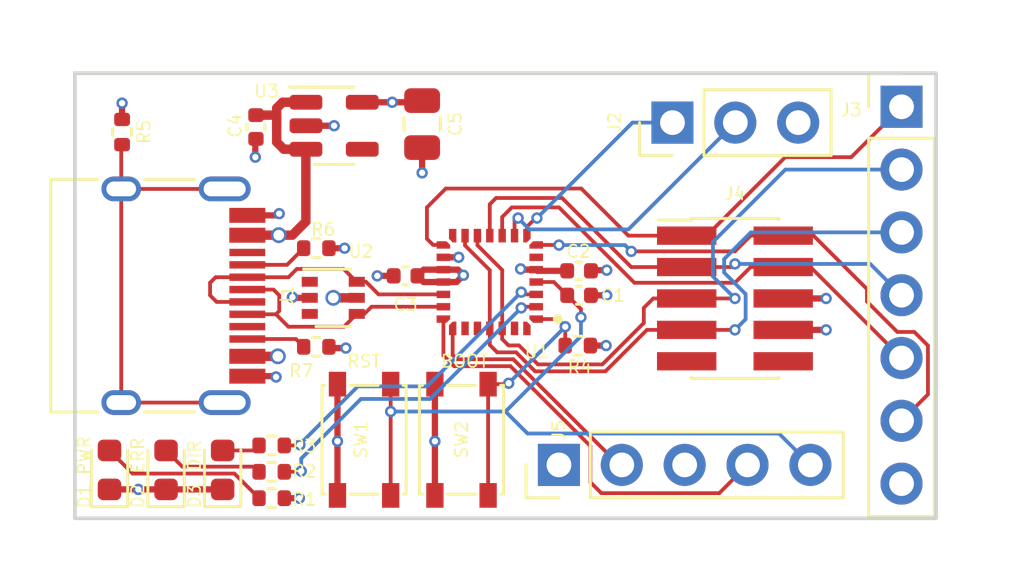
<source format=kicad_pcb>
(kicad_pcb (version 20211014) (generator pcbnew)
  (layers (0 "F.Cu" signal) (1 "In1.Cu" signal) (2 "In2.Cu" signal) (31 "B.Cu" signal) (34 "B.Paste" user) (35 "F.Paste" user) (36 "B.SilkS" user "B.Silkscreen") (37 "F.SilkS" user "F.Silkscreen") (38 "B.Mask" user) (39 "F.Mask" user) (44 "Edge.Cuts" user))
  (net 0 "")
  (net 1 "/NRST")
  (net 2 "GND")
  (net 3 "/VUSB")
  (net 4 "+3.3V")
  (net 5 "Net-(D1-Pad2)")
  (net 6 "Net-(D2-Pad2)")
  (net 7 "Net-(D3-Pad2)")
  (net 8 "Net-(J1-PadA5)")
  (net 9 "/USB_DP")
  (net 10 "/USB_DM")
  (net 12 "Net-(J1-PadB5)")
  (net 14 "Net-(J1-PadS1)")
  (net 15 "/TX")
  (net 16 "/RX")
  (net 17 "/SPI_CS")
  (net 18 "/SO")
  (net 19 "/SI")
  (net 20 "/SPI_SCLK")
  (net 21 "/CRESET")
  (net 22 "/CDONE")
  (net 23 "/SPARE9")
  (net 24 "/SPARE10")
  (net 25 "/SWCLK")
  (net 26 "/SWDIO")
  (net 27 "/LED0")
  (net 28 "/LED1")
  (net 29 "/BOOT0")
  (footprint "Resistor_SMD:R_0402_1005Metric" (layer "F.Cu") (at 128.905 111.379 -90)
    (fp_text reference "R5" (at 0 -0.889 90) (layer "F.SilkS") (effects (font (size 0.5 0.5) (thickness 0.07))))
    (fp_text value "1M")
    (pad "1" smd roundrect (at -0.51 0 270) (size 0.54 0.64) (layers "F.Cu" "F.Paste" "F.Mask") (net 2 "GND"))
    (pad "2" smd roundrect (at 0.51 0 270) (size 0.54 0.64) (layers "F.Cu" "F.Paste" "F.Mask") (net 14 "Net-(J1-PadS1)"))
  )
  (footprint "Capacitor_SMD:C_0402_1005Metric" (layer "F.Cu") (at 147.3708 117.983)
    (fp_text reference "C1" (at 1.3716 0) (layer "F.SilkS") (effects (font (size 0.5 0.5) (thickness 0.07))))
    (fp_text value "0.1uF")
    (pad "1" smd roundrect (at -0.48 0) (size 0.56 0.62) (layers "F.Cu" "F.Paste" "F.Mask") (net 1 "/NRST"))
    (pad "2" smd roundrect (at 0.48 0) (size 0.56 0.62) (layers "F.Cu" "F.Paste" "F.Mask") (net 2 "GND"))
  )
  (footprint "Resistor_SMD:R_0402_1005Metric" (layer "F.Cu") (at 136.7536 120.0658 180)
    (fp_text reference "R7" (at 0.6096 -0.9652) (layer "F.SilkS") (effects (font (size 0.5 0.5) (thickness 0.07))))
    (fp_text value "5k1")
    (pad "1" smd roundrect (at -0.51 0 180) (size 0.54 0.64) (layers "F.Cu" "F.Paste" "F.Mask") (net 2 "GND"))
    (pad "2" smd roundrect (at 0.51 0 180) (size 0.54 0.64) (layers "F.Cu" "F.Paste" "F.Mask") (net 12 "Net-(J1-PadB5)"))
  )
  (footprint "Capacitor_SMD:C_0402_1005Metric" (layer "F.Cu") (at 140.3604 117.1956 180)
    (fp_text reference "C3" (at 0 -1.16) (layer "F.SilkS") (effects (font (size 0.5 0.5) (thickness 0.07))))
    (fp_text value "0.1uF")
    (pad "1" smd roundrect (at -0.48 0 180) (size 0.56 0.62) (layers "F.Cu" "F.Paste" "F.Mask") (net 4 "+3.3V"))
    (pad "2" smd roundrect (at 0.48 0 180) (size 0.56 0.62) (layers "F.Cu" "F.Paste" "F.Mask") (net 2 "GND"))
  )
  (footprint "Package_TO_SOT_SMD:SOT-23-5" (layer "F.Cu") (at 137.4732 111.125)
    (fp_text reference "U3" (at -2.7262 -1.397) (layer "F.SilkS") (effects (font (size 0.5 0.5) (thickness 0.07))))
    (fp_text value "XC6222B331MR-G")
    (pad "1" smd roundrect (at -1.1375 -0.95) (size 1.325 0.6) (layers "F.Cu" "F.Paste" "F.Mask") (net 3 "/VUSB"))
    (pad "2" smd roundrect (at -1.1375 0) (size 1.325 0.6) (layers "F.Cu" "F.Paste" "F.Mask") (net 2 "GND"))
    (pad "3" smd roundrect (at -1.1375 0.95) (size 1.325 0.6) (layers "F.Cu" "F.Paste" "F.Mask") (net 3 "/VUSB"))
    (pad "4" smd roundrect (at 1.1375 0.95) (size 1.325 0.6) (layers "F.Cu" "F.Paste" "F.Mask"))
    (pad "5" smd roundrect (at 1.1375 -0.95) (size 1.325 0.6) (layers "F.Cu" "F.Paste" "F.Mask") (net 4 "+3.3V"))
  )
  (footprint "Resistor_SMD:R_0402_1005Metric" (layer "F.Cu") (at 134.9502 124.0536 180)
    (fp_text reference "R3" (at -1.3208 -0.0254) (layer "F.SilkS") (effects (font (size 0.5 0.5) (thickness 0.07))))
    (fp_text value "1k")
    (pad "1" smd roundrect (at -0.51 0 180) (size 0.54 0.64) (layers "F.Cu" "F.Paste" "F.Mask") (net 28 "/LED1"))
    (pad "2" smd roundrect (at 0.51 0 180) (size 0.54 0.64) (layers "F.Cu" "F.Paste" "F.Mask") (net 7 "Net-(D3-Pad2)"))
  )
  (footprint "Resistor_SMD:R_0402_1005Metric" (layer "F.Cu") (at 147.32 120.015)
    (fp_text reference "R4" (at 0.0762 0.8636) (layer "F.SilkS") (effects (font (size 0.5 0.5) (thickness 0.07))))
    (fp_text value "10k")
    (pad "1" smd roundrect (at -0.51 0) (size 0.54 0.64) (layers "F.Cu" "F.Paste" "F.Mask") (net 29 "/BOOT0"))
    (pad "2" smd roundrect (at 0.51 0) (size 0.54 0.64) (layers "F.Cu" "F.Paste" "F.Mask") (net 2 "GND"))
  )
  (footprint "Connector_PinHeader_2.54mm:PinHeader_1x07_P2.54mm_Vertical" (layer "F.Cu") (at 160.401 110.358)
    (fp_text reference "J3" (at -2.032 0.132) (layer "F.SilkS") (effects (font (size 0.5 0.5) (thickness 0.07))))
    (fp_text value "CONN_01X07")
    (pad "1" thru_hole rect (at 0 0) (size 1.7 1.7) (drill 1) (layers *.Cu *.Mask) (net 17 "/SPI_CS"))
    (pad "2" thru_hole oval (at 0 2.54) (size 1.7 1.7) (drill 1) (layers *.Cu *.Mask) (net 18 "/SO"))
    (pad "3" thru_hole oval (at 0 5.08) (size 1.7 1.7) (drill 1) (layers *.Cu *.Mask) (net 19 "/SI"))
    (pad "4" thru_hole oval (at 0 7.62) (size 1.7 1.7) (drill 1) (layers *.Cu *.Mask) (net 20 "/SPI_SCLK"))
    (pad "5" thru_hole oval (at 0 10.16) (size 1.7 1.7) (drill 1) (layers *.Cu *.Mask) (net 21 "/CRESET"))
    (pad "6" thru_hole oval (at 0 12.7) (size 1.7 1.7) (drill 1) (layers *.Cu *.Mask) (net 22 "/CDONE"))
    (pad "7" thru_hole oval (at 0 15.24) (size 1.7 1.7) (drill 1) (layers *.Cu *.Mask) (net 2 "GND"))
  )
  (footprint "Resistor_SMD:R_0402_1005Metric" (layer "F.Cu") (at 134.9502 125.1204 180)
    (fp_text reference "R2" (at -1.3208 0.0254) (layer "F.SilkS") (effects (font (size 0.5 0.5) (thickness 0.07))))
    (fp_text value "1k")
    (pad "1" smd roundrect (at -0.51 0 180) (size 0.54 0.64) (layers "F.Cu" "F.Paste" "F.Mask") (net 27 "/LED0"))
    (pad "2" smd roundrect (at 0.51 0 180) (size 0.54 0.64) (layers "F.Cu" "F.Paste" "F.Mask") (net 6 "Net-(D2-Pad2)"))
  )
  (footprint "Connector_PinHeader_1.27mm:PinHeader_2x05_P1.27mm_Vertical_SMD" (layer "F.Cu") (at 153.67 118.11)
    (fp_text reference "J4" (at 0 -4.235) (layer "F.SilkS") (effects (font (size 0.5 0.5) (thickness 0.07))))
    (fp_text value "PROG HEADER")
    (pad "1" smd rect (at -1.95 -2.54) (size 2.4 0.74) (layers "F.Cu" "F.Paste" "F.Mask") (net 17 "/SPI_CS"))
    (pad "2" smd rect (at 1.95 -2.54) (size 2.4 0.74) (layers "F.Cu" "F.Paste" "F.Mask") (net 22 "/CDONE"))
    (pad "3" smd rect (at -1.95 -1.27) (size 2.4 0.74) (layers "F.Cu" "F.Paste" "F.Mask") (net 20 "/SPI_SCLK"))
    (pad "4" smd rect (at 1.95 -1.27) (size 2.4 0.74) (layers "F.Cu" "F.Paste" "F.Mask") (net 21 "/CRESET"))
    (pad "5" smd rect (at -1.95 0) (size 2.4 0.74) (layers "F.Cu" "F.Paste" "F.Mask") (net 18 "/SO"))
    (pad "6" smd rect (at 1.95 0) (size 2.4 0.74) (layers "F.Cu" "F.Paste" "F.Mask") (net 2 "GND"))
    (pad "7" smd rect (at -1.95 1.27) (size 2.4 0.74) (layers "F.Cu" "F.Paste" "F.Mask") (net 19 "/SI"))
    (pad "8" smd rect (at 1.95 1.27) (size 2.4 0.74) (layers "F.Cu" "F.Paste" "F.Mask") (net 4 "+3.3V"))
    (pad "9" smd rect (at -1.95 2.54) (size 2.4 0.74) (layers "F.Cu" "F.Paste" "F.Mask") (net 23 "/SPARE9"))
    (pad "10" smd rect (at 1.95 2.54) (size 2.4 0.74) (layers "F.Cu" "F.Paste" "F.Mask") (net 24 "/SPARE10"))
  )
  (footprint "Connector_PinHeader_2.54mm:PinHeader_1x03_P2.54mm_Vertical" (layer "F.Cu") (at 151.145 110.998 90)
    (fp_text reference "J2" (at 0 -2.33 90) (layer "F.SilkS") (effects (font (size 0.5 0.5) (thickness 0.07))))
    (fp_text value "CONN_01X04")
    (pad "1" thru_hole rect (at 0 0 90) (size 1.7 1.7) (drill 1) (layers *.Cu *.Mask) (net 15 "/TX"))
    (pad "2" thru_hole oval (at 0 2.54 90) (size 1.7 1.7) (drill 1) (layers *.Cu *.Mask) (net 16 "/RX"))
    (pad "3" thru_hole oval (at 0 5.08 90) (size 1.7 1.7) (drill 1) (layers *.Cu *.Mask) (net 2 "GND"))
  )
  (footprint "Connector_USB:USB_C_Receptacle_HRO_TYPE-C-31-M-12" (layer "F.Cu") (at 129.921 118.000018 -90)
    (fp_text reference "J1" (at 0 -5.645 90) (layer "F.SilkS") (effects (font (size 0.5 0.5) (thickness 0.07))))
    (fp_text value "USB_C_Receptacle_USB2.0")
    (pad "" np_thru_hole circle (at 2.89 -2.6 270) (size 0.65 0.65) (drill 0.65) (layers *.Cu *.Mask))
    (pad "" np_thru_hole circle (at -2.89 -2.6 270) (size 0.65 0.65) (drill 0.65) (layers *.Cu *.Mask))
    (pad "A1" smd rect (at -3.25 -4.045 270) (size 0.6 1.45) (layers "F.Cu" "F.Paste" "F.Mask") (net 2 "GND"))
    (pad "A4" smd rect (at -2.45 -4.045 270) (size 0.6 1.45) (layers "F.Cu" "F.Paste" "F.Mask") (net 3 "/VUSB"))
    (pad "A5" smd rect (at -1.25 -4.045 270) (size 0.3 1.45) (layers "F.Cu" "F.Paste" "F.Mask") (net 8 "Net-(J1-PadA5)"))
    (pad "A6" smd rect (at -0.25 -4.045 270) (size 0.3 1.45) (layers "F.Cu" "F.Paste" "F.Mask") (net 9 "/USB_DP"))
    (pad "A7" smd rect (at 0.25 -4.045 270) (size 0.3 1.45) (layers "F.Cu" "F.Paste" "F.Mask") (net 10 "/USB_DM"))
    (pad "A8" smd rect (at 1.25 -4.045 270) (size 0.3 1.45) (layers "F.Cu" "F.Paste" "F.Mask"))
    (pad "A9" smd rect (at 2.45 -4.045 270) (size 0.6 1.45) (layers "F.Cu" "F.Paste" "F.Mask") (net 3 "/VUSB"))
    (pad "A12" smd rect (at 3.25 -4.045 270) (size 0.6 1.45) (layers "F.Cu" "F.Paste" "F.Mask") (net 2 "GND"))
    (pad "B1" smd rect (at 3.25 -4.045 270) (size 0.6 1.45) (layers "F.Cu" "F.Paste" "F.Mask") (net 2 "GND"))
    (pad "B4" smd rect (at 2.45 -4.045 270) (size 0.6 1.45) (layers "F.Cu" "F.Paste" "F.Mask") (net 3 "/VUSB"))
    (pad "B5" smd rect (at 1.75 -4.045 270) (size 0.3 1.45) (layers "F.Cu" "F.Paste" "F.Mask") (net 12 "Net-(J1-PadB5)"))
    (pad "B6" smd rect (at 0.75 -4.045 270) (size 0.3 1.45) (layers "F.Cu" "F.Paste" "F.Mask") (net 9 "/USB_DP"))
    (pad "B7" smd rect (at -0.75 -4.045 270) (size 0.3 1.45) (layers "F.Cu" "F.Paste" "F.Mask") (net 10 "/USB_DM"))
    (pad "B8" smd rect (at -1.75 -4.045 270) (size 0.3 1.45) (layers "F.Cu" "F.Paste" "F.Mask"))
    (pad "B9" smd rect (at -2.45 -4.045 270) (size 0.6 1.45) (layers "F.Cu" "F.Paste" "F.Mask") (net 3 "/VUSB"))
    (pad "B12" smd rect (at -3.25 -4.045 270) (size 0.6 1.45) (layers "F.Cu" "F.Paste" "F.Mask") (net 2 "GND"))
    (pad "S1" thru_hole oval (at -4.32 1.05 270) (size 1 1.6) (drill oval 0.6 1.2) (layers *.Cu *.Mask) (net 14 "Net-(J1-PadS1)"))
    (pad "S1" thru_hole oval (at 4.32 -3.13 270) (size 1 2.1) (drill oval 0.6 1.7) (layers *.Cu *.Mask) (net 14 "Net-(J1-PadS1)"))
    (pad "S1" thru_hole oval (at -4.32 -3.13 270) (size 1 2.1) (drill oval 0.6 1.7) (layers *.Cu *.Mask) (net 14 "Net-(J1-PadS1)"))
    (pad "S1" thru_hole oval (at 4.32 1.05 270) (size 1 1.6) (drill oval 0.6 1.2) (layers *.Cu *.Mask) (net 14 "Net-(J1-PadS1)"))
  )
  (footprint "LED_SMD:LED_0603_1608Metric" (layer "F.Cu") (at 130.683 125.0442 90)
    (fp_text reference "D2" (at -1.0668 -1.143 90) (layer "F.SilkS") (effects (font (size 0.5 0.5) (thickness 0.07))))
    (fp_text value "LED_ALT")
    (pad "1" smd roundrect (at -0.7875 0 90) (size 0.875 0.95) (layers "F.Cu" "F.Paste" "F.Mask") (net 2 "GND"))
    (pad "2" smd roundrect (at 0.7875 0 90) (size 0.875 0.95) (layers "F.Cu" "F.Paste" "F.Mask") (net 6 "Net-(D2-Pad2)"))
  )
  (footprint "LED_SMD:LED_0603_1608Metric" (layer "F.Cu") (at 128.397 125.0442 90)
    (fp_text reference "D1" (at -1.0668 -1.016 90) (layer "F.SilkS") (effects (font (size 0.5 0.5) (thickness 0.07))))
    (fp_text value "LED_ALT")
    (pad "1" smd roundrect (at -0.7875 0 90) (size 0.875 0.95) (layers "F.Cu" "F.Paste" "F.Mask") (net 2 "GND"))
    (pad "2" smd roundrect (at 0.7875 0 90) (size 0.875 0.95) (layers "F.Cu" "F.Paste" "F.Mask") (net 5 "Net-(D1-Pad2)"))
  )
  (footprint "Resistor_SMD:R_0402_1005Metric" (layer "F.Cu") (at 134.9502 126.1872 180)
    (fp_text reference "R1" (at -1.3208 -0.0508) (layer "F.SilkS") (effects (font (size 0.5 0.5) (thickness 0.07))))
    (fp_text value "1k")
    (pad "1" smd roundrect (at -0.51 0 180) (size 0.54 0.64) (layers "F.Cu" "F.Paste" "F.Mask") (net 4 "+3.3V"))
    (pad "2" smd roundrect (at 0.51 0 180) (size 0.54 0.64) (layers "F.Cu" "F.Paste" "F.Mask") (net 5 "Net-(D1-Pad2)"))
  )
  (footprint "Capacitor_SMD:C_0402_1005Metric" (layer "F.Cu") (at 134.3152 111.1758 -90)
    (fp_text reference "C4" (at -0.0508 0.8382 -270) (layer "F.SilkS") (effects (font (size 0.5 0.5) (thickness 0.07))))
    (fp_text value "1uf")
    (pad "1" smd roundrect (at -0.48 0 270) (size 0.56 0.62) (layers "F.Cu" "F.Paste" "F.Mask") (net 3 "/VUSB"))
    (pad "2" smd roundrect (at 0.48 0 270) (size 0.56 0.62) (layers "F.Cu" "F.Paste" "F.Mask") (net 2 "GND"))
  )
  (footprint "Connector_PinHeader_2.54mm:PinHeader_1x05_P2.54mm_Vertical" (layer "F.Cu") (at 146.558 124.841 90)
    (fp_text reference "J5" (at 1.397 0 90) (layer "F.SilkS") (effects (font (size 0.5 0.5) (thickness 0.07))))
    (fp_text value "CONN_01X05")
    (pad "1" thru_hole rect (at 0 0 90) (size 1.7 1.7) (drill 1) (layers *.Cu *.Mask) (net 4 "+3.3V"))
    (pad "2" thru_hole oval (at 0 2.54 90) (size 1.7 1.7) (drill 1) (layers *.Cu *.Mask) (net 25 "/SWCLK"))
    (pad "3" thru_hole oval (at 0 5.08 90) (size 1.7 1.7) (drill 1) (layers *.Cu *.Mask) (net 2 "GND"))
    (pad "4" thru_hole oval (at 0 7.62 90) (size 1.7 1.7) (drill 1) (layers *.Cu *.Mask) (net 26 "/SWDIO"))
    (pad "5" thru_hole oval (at 0 10.16 90) (size 1.7 1.7) (drill 1) (layers *.Cu *.Mask) (net 1 "/NRST"))
  )
  (footprint "Capacitor_SMD:C_0805_2012Metric" (layer "F.Cu") (at 141.0292 111.059 -90)
    (fp_text reference "C5" (at 0 -1.3378 90) (layer "F.SilkS") (effects (font (size 0.5 0.5) (thickness 0.07))))
    (fp_text value "10uf")
    (pad "1" smd roundrect (at -0.95 0 270) (size 1 1.45) (layers "F.Cu" "F.Paste" "F.Mask") (net 4 "+3.3V"))
    (pad "2" smd roundrect (at 0.95 0 270) (size 1 1.45) (layers "F.Cu" "F.Paste" "F.Mask") (net 2 "GND"))
  )
  (footprint "Package_TO_SOT_SMD:SOT-363_SC-70-6" (layer "F.Cu") (at 137.4394 118.0846)
    (fp_text reference "U2" (at 1.1176 -1.8796) (layer "F.SilkS") (effects (font (size 0.5 0.5) (thickness 0.07))))
    (fp_text value "DRTR5V0U4S")
    (pad "1" smd rect (at -0.95 -0.65) (size 0.65 0.4) (layers "F.Cu" "F.Paste" "F.Mask"))
    (pad "2" smd rect (at -0.95 0) (size 0.65 0.4) (layers "F.Cu" "F.Paste" "F.Mask") (net 2 "GND"))
    (pad "3" smd rect (at -0.95 0.65) (size 0.65 0.4) (layers "F.Cu" "F.Paste" "F.Mask"))
    (pad "4" smd rect (at 0.95 0.65) (size 0.65 0.4) (layers "F.Cu" "F.Paste" "F.Mask") (net 9 "/USB_DP"))
    (pad "5" smd rect (at 0.95 0) (size 0.65 0.4) (layers "F.Cu" "F.Paste" "F.Mask") (net 3 "/VUSB"))
    (pad "6" smd rect (at 0.95 -0.65) (size 0.65 0.4) (layers "F.Cu" "F.Paste" "F.Mask") (net 10 "/USB_DM"))
  )
  (footprint "emeb_library:SW_SPST_PTS815" (layer "F.Cu") (at 138.684 123.825 90)
    (fp_text reference "SW1" (at 0 -0.127 90) (layer "F.SilkS") (effects (font (size 0.5 0.5) (thickness 0.07))))
    (fp_text value "SW_Push")
    (pad "1" smd rect (at -2.25 -1.075 90) (size 1 0.7) (layers "F.Cu" "F.Paste" "F.Mask") (net 2 "GND"))
    (pad "1" smd rect (at 2.25 -1.075 90) (size 1 0.7) (layers "F.Cu" "F.Paste" "F.Mask") (net 2 "GND"))
    (pad "2" smd rect (at -2.25 1.075 90) (size 1 0.7) (layers "F.Cu" "F.Paste" "F.Mask") (net 1 "/NRST"))
    (pad "2" smd rect (at 2.25 1.075 90) (size 1 0.7) (layers "F.Cu" "F.Paste" "F.Mask") (net 1 "/NRST"))
  )
  (footprint "LED_SMD:LED_0603_1608Metric" (layer "F.Cu") (at 132.969 125.0442 90)
    (fp_text reference "D3" (at -1.0668 -1.143 90) (layer "F.SilkS") (effects (font (size 0.5 0.5) (thickness 0.07))))
    (fp_text value "LED_ALT")
    (pad "1" smd roundrect (at -0.7875 0 90) (size 0.875 0.95) (layers "F.Cu" "F.Paste" "F.Mask") (net 2 "GND"))
    (pad "2" smd roundrect (at 0.7875 0 90) (size 0.875 0.95) (layers "F.Cu" "F.Paste" "F.Mask") (net 7 "Net-(D3-Pad2)"))
  )
  (footprint "Resistor_SMD:R_0402_1005Metric" (layer "F.Cu") (at 136.7536 116.078 180)
    (fp_text reference "R6" (at -0.2794 0.762) (layer "F.SilkS") (effects (font (size 0.5 0.5) (thickness 0.07))))
    (fp_text value "5k1")
    (pad "1" smd roundrect (at -0.51 0 180) (size 0.54 0.64) (layers "F.Cu" "F.Paste" "F.Mask") (net 2 "GND"))
    (pad "2" smd roundrect (at 0.51 0 180) (size 0.54 0.64) (layers "F.Cu" "F.Paste" "F.Mask") (net 8 "Net-(J1-PadA5)"))
  )
  (footprint "Capacitor_SMD:C_0402_1005Metric" (layer "F.Cu") (at 147.3708 116.9924)
    (fp_text reference "C2" (at -0.0254 -0.7874) (layer "F.SilkS") (effects (font (size 0.5 0.5) (thickness 0.07))))
    (fp_text value "0.1uF")
    (pad "1" smd roundrect (at -0.48 0) (size 0.56 0.62) (layers "F.Cu" "F.Paste" "F.Mask") (net 4 "+3.3V"))
    (pad "2" smd roundrect (at 0.48 0) (size 0.56 0.62) (layers "F.Cu" "F.Paste" "F.Mask") (net 2 "GND"))
  )
  (footprint "emeb_library:IC_STM32F042G6U6" (layer "F.Cu") (at 143.764 117.445 180)
    (fp_text reference "U1" (at -1.905 -2.824) (layer "F.SilkS") (effects (font (size 0.5 0.5) (thickness 0.07))))
    (fp_text value "STM32F042G6U6")
    (pad "1" smd roundrect (at -1.875 -1.5 180) (size 0.55 0.3) (layers "F.Cu" "F.Paste" "F.Mask") (roundrect_rratio 0) (chamfer_ratio 0.5) (chamfer top_right) (net 29 "/BOOT0"))
    (pad "2" smd rect (at -1.875 -1 180) (size 0.55 0.3) (layers "F.Cu" "F.Paste" "F.Mask") (net 27 "/LED0"))
    (pad "3" smd rect (at -1.875 -0.5 180) (size 0.55 0.3) (layers "F.Cu" "F.Paste" "F.Mask") (net 28 "/LED1"))
    (pad "4" smd rect (at -1.875 0 180) (size 0.55 0.3) (layers "F.Cu" "F.Paste" "F.Mask") (net 1 "/NRST"))
    (pad "5" smd rect (at -1.875 0.5 180) (size 0.55 0.3) (layers "F.Cu" "F.Paste" "F.Mask") (net 4 "+3.3V"))
    (pad "6" smd rect (at -1.875 1 180) (size 0.55 0.3) (layers "F.Cu" "F.Paste" "F.Mask"))
    (pad "7" smd roundrect (at -1.875 1.5) (size 0.55 0.3) (layers "F.Cu" "F.Paste" "F.Mask") (roundrect_rratio 0) (chamfer_ratio 0.5) (chamfer top_left) (net 22 "/CDONE"))
    (pad "8" smd roundrect (at -1.5 1.875 270) (size 0.55 0.3) (layers "F.Cu" "F.Paste" "F.Mask") (roundrect_rratio 0) (chamfer_ratio 0.5) (chamfer top_right) (net 15 "/TX"))
    (pad "9" smd rect (at -1 1.875 270) (size 0.55 0.3) (layers "F.Cu" "F.Paste" "F.Mask") (net 16 "/RX"))
    (pad "10" smd rect (at -0.5 1.875 270) (size 0.55 0.3) (layers "F.Cu" "F.Paste" "F.Mask") (net 21 "/CRESET"))
    (pad "11" smd rect (at 0 1.875 270) (size 0.55 0.3) (layers "F.Cu" "F.Paste" "F.Mask") (net 20 "/SPI_SCLK"))
    (pad "12" smd rect (at 0.5 1.875 270) (size 0.55 0.3) (layers "F.Cu" "F.Paste" "F.Mask") (net 18 "/SO"))
    (pad "13" smd rect (at 1 1.875 270) (size 0.55 0.3) (layers "F.Cu" "F.Paste" "F.Mask") (net 19 "/SI"))
    (pad "14" smd roundrect (at 1.5 1.875 270) (size 0.55 0.3) (layers "F.Cu" "F.Paste" "F.Mask") (roundrect_rratio 0) (chamfer_ratio 0.5) (chamfer bottom_right))
    (pad "15" smd roundrect (at 1.875 1.5 180) (size 0.55 0.3) (layers "F.Cu" "F.Paste" "F.Mask") (roundrect_rratio 0) (chamfer_ratio 0.5) (chamfer bottom_left) (net 17 "/SPI_CS"))
    (pad "16" smd rect (at 1.875 1) (size 0.55 0.3) (layers "F.Cu" "F.Paste" "F.Mask") (net 2 "GND"))
    (pad "17" smd rect (at 1.875 0.5) (size 0.55 0.3) (layers "F.Cu" "F.Paste" "F.Mask") (net 4 "+3.3V"))
    (pad "18" smd rect (at 1.875 0) (size 0.55 0.3) (layers "F.Cu" "F.Paste" "F.Mask") (net 4 "+3.3V"))
    (pad "19" smd rect (at 1.875 -0.5) (size 0.55 0.3) (layers "F.Cu" "F.Paste" "F.Mask") (net 10 "/USB_DM"))
    (pad "20" smd rect (at 1.875 -1) (size 0.55 0.3) (layers "F.Cu" "F.Paste" "F.Mask") (net 9 "/USB_DP"))
    (pad "21" smd roundrect (at 1.875 -1.5 180) (size 0.55 0.3) (layers "F.Cu" "F.Paste" "F.Mask") (roundrect_rratio 0) (chamfer_ratio 0.5) (chamfer top_left) (net 26 "/SWDIO"))
    (pad "22" smd roundrect (at 1.5 -1.875 270) (size 0.55 0.3) (layers "F.Cu" "F.Paste" "F.Mask") (roundrect_rratio 0) (chamfer_ratio 0.5) (chamfer bottom_left) (net 25 "/SWCLK"))
    (pad "23" smd rect (at 1 -1.875 90) (size 0.55 0.3) (layers "F.Cu" "F.Paste" "F.Mask"))
    (pad "24" smd rect (at 0.5 -1.875 90) (size 0.55 0.3) (layers "F.Cu" "F.Paste" "F.Mask"))
    (pad "25" smd rect (at 0 -1.875 90) (size 0.55 0.3) (layers "F.Cu" "F.Paste" "F.Mask") (net 19 "/SI"))
    (pad "26" smd rect (at -0.5 -1.875 90) (size 0.55 0.3) (layers "F.Cu" "F.Paste" "F.Mask") (net 18 "/SO"))
    (pad "27" smd rect (at -1 -1.875 90) (size 0.55 0.3) (layers "F.Cu" "F.Paste" "F.Mask"))
    (pad "28" smd roundrect (at -1.5 -1.875 90) (size 0.55 0.3) (layers "F.Cu" "F.Paste" "F.Mask") (roundrect_rratio 0) (chamfer_ratio 0.5) (chamfer bottom_right))
  )
  (footprint "emeb_library:SW_SPST_PTS815" (layer "F.Cu") (at 142.621 123.825 90)
    (fp_text reference "SW2" (at 0 0 90) (layer "F.SilkS") (effects (font (size 0.5 0.5) (thickness 0.07))))
    (fp_text value "SW_Push")
    (pad "1" smd rect (at 2.25 -1.075 90) (size 1 0.7) (layers "F.Cu" "F.Paste" "F.Mask") (net 4 "+3.3V"))
    (pad "1" smd rect (at -2.25 -1.075 90) (size 1 0.7) (layers "F.Cu" "F.Paste" "F.Mask") (net 4 "+3.3V"))
    (pad "2" smd rect (at 2.25 1.075 90) (size 1 0.7) (layers "F.Cu" "F.Paste" "F.Mask") (net 29 "/BOOT0"))
    (pad "2" smd rect (at -2.25 1.075 90) (size 1 0.7) (layers "F.Cu" "F.Paste" "F.Mask") (net 29 "/BOOT0"))
  )
  (gr_rect (start 127 127) (end 161.798 109) (layer "Edge.Cuts") (width 0.15) (fill none))
  (gr_text "BOOT" (at 142.748 120.65) (layer "F.SilkS") (effects (font (size 0.5 0.5) (thickness 0.07))))
  (gr_text "DIR" (at 131.826 124.46 90) (layer "F.SilkS") (effects (font (size 0.5 0.5) (thickness 0.07))))
  (gr_text "ERR" (at 129.54 124.46 90) (layer "F.SilkS") (effects (font (size 0.5 0.5) (thickness 0.07))))
  (gr_text "PWR" (at 127.381 124.46 90) (layer "F.SilkS") (effects (font (size 0.5 0.5) (thickness 0.07))))
  (gr_text "RST" (at 138.684 120.65) (layer "F.SilkS") (effects (font (size 0.5 0.5) (thickness 0.07))))
  (segment (start 146.8908 117.983) (end 147.447 118.5392) (width 0.1524) (layer "F.Cu") (net 1))
  (segment (start 147.447 118.5392) (end 147.447 118.872) (width 0.1524) (layer "F.Cu") (net 1))
  (segment (start 139.759 122.682) (end 139.759 121.575) (width 0.1524) (layer "F.Cu") (net 1))
  (segment (start 139.759 122.682) (end 139.759 126.075) (width 0.1524) (layer "F.Cu") (net 1))
  (segment (start 145.639 117.445) (end 146.3528 117.445) (width 0.1524) (layer "F.Cu") (net 1))
  (segment (start 146.3528 117.445) (end 146.8908 117.983) (width 0.1524) (layer "F.Cu") (net 1))
  (via (at 147.447 118.872) (size 0.4572) (drill 0.254) (layers "F.Cu" "B.Cu") (net 1))
  (via (at 139.759 122.682) (size 0.4572) (drill 0.254) (layers "F.Cu" "B.Cu") (net 1))
  (segment (start 145.288 123.571) (end 144.399 122.682) (width 0.1524) (layer "B.Cu") (net 1))
  (segment (start 147.447 119.634) (end 147.447 118.872) (width 0.1524) (layer "B.Cu") (net 1))
  (segment (start 144.399 122.682) (end 147.447 119.634) (width 0.1524) (layer "B.Cu") (net 1))
  (segment (start 155.448 123.571) (end 145.288 123.571) (width 0.1524) (layer "B.Cu") (net 1))
  (segment (start 156.718 124.841) (end 155.448 123.571) (width 0.1524) (layer "B.Cu") (net 1))
  (segment (start 139.759 122.682) (end 144.399 122.682) (width 0.1524) (layer "B.Cu") (net 1))
  (segment (start 134.2898 112.395) (end 134.2898 111.6812) (width 0.254) (layer "F.Cu") (net 2))
  (segment (start 130.683 125.8317) (end 128.397 125.8317) (width 0.254) (layer "F.Cu") (net 2))
  (segment (start 141.0292 112.009) (end 141.0292 113.03) (width 0.254) (layer "F.Cu") (net 2))
  (segment (start 132.969 125.8317) (end 130.683 125.8317) (width 0.254) (layer "F.Cu") (net 2))
  (segment (start 133.966 121.250018) (end 135.093018 121.250018) (width 0.254) (layer "F.Cu") (net 2))
  (segment (start 137.9474 120.1166) (end 137.3144 120.1166) (width 0.254) (layer "F.Cu") (net 2))
  (segment (start 135.185982 114.750018) (end 135.255 114.681) (width 0.254) (layer "F.Cu") (net 2))
  (segment (start 142.5054 116.445) (end 141.889 116.445) (width 0.254) (layer "F.Cu") (net 2))
  (segment (start 134.2898 111.6812) (end 134.3152 111.6558) (width 0.254) (layer "F.Cu") (net 2))
  (segment (start 128.905 110.869) (end 128.905 110.2106) (width 0.254) (layer "F.Cu") (net 2))
  (segment (start 137.609 126.075) (end 137.609 123.884) (width 0.254) (layer "F.Cu") (net 2))
  (segment (start 136.3357 111.125) (end 137.4732 111.125) (width 0.254) (layer "F.Cu") (net 2))
  (segment (start 135.8138 118.0846) (end 135.7884 118.0592) (width 0.254) (layer "F.Cu") (net 2))
  (segment (start 139.2174 117.1956) (end 139.8804 117.1956) (width 0.254) (layer "F.Cu") (net 2))
  (segment (start 137.2636 116.078) (end 137.8966 116.078) (width 0.254) (layer "F.Cu") (net 2))
  (segment (start 137.3144 120.1166) (end 137.2636 120.0658) (width 0.254) (layer "F.Cu") (net 2))
  (segment (start 155.62 118.11) (end 157.353 118.11) (width 0.254) (layer "F.Cu") (net 2))
  (segment (start 148.4884 117.983) (end 147.8508 117.983) (width 0.254) (layer "F.Cu") (net 2))
  (segment (start 148.4884 116.967) (end 147.8762 116.967) (width 0.254) (layer "F.Cu") (net 2))
  (segment (start 148.463 120.015) (end 147.83 120.015) (width 0.254) (layer "F.Cu") (net 2))
  (segment (start 137.609 123.884) (end 137.609 121.575) (width 0.254) (layer "F.Cu") (net 2))
  (segment (start 135.093018 121.250018) (end 135.128 121.285) (width 0.254) (layer "F.Cu") (net 2))
  (segment (start 136.4894 118.0846) (end 135.8138 118.0846) (width 0.254) (layer "F.Cu") (net 2))
  (segment (start 133.966 114.750018) (end 135.185982 114.750018) (width 0.254) (layer "F.Cu") (net 2))
  (segment (start 147.8762 116.967) (end 147.8508 116.9924) (width 0.254) (layer "F.Cu") (net 2))
  (via (at 148.463 120.015) (size 0.4572) (drill 0.254) (layers "F.Cu" "B.Cu") (net 2))
  (via (at 129.5653 125.8317) (size 0.4572) (drill 0.254) (layers "F.Cu" "B.Cu") (net 2))
  (via (at 137.9474 120.1166) (size 0.4572) (drill 0.254) (layers "F.Cu" "B.Cu") (net 2))
  (via (at 135.255 114.681) (size 0.4572) (drill 0.254) (layers "F.Cu" "B.Cu") (net 2))
  (via (at 141.0292 113.03) (size 0.4572) (drill 0.254) (layers "F.Cu" "B.Cu") (net 2))
  (via (at 139.2174 117.1956) (size 0.4572) (drill 0.254) (layers "F.Cu" "B.Cu") (net 2))
  (via (at 137.4732 111.125) (size 0.4572) (drill 0.254) (layers "F.Cu" "B.Cu") (net 2))
  (via (at 137.609 123.884) (size 0.4572) (drill 0.254) (layers "F.Cu" "B.Cu") (net 2))
  (via (at 148.4884 117.983) (size 0.4572) (drill 0.254) (layers "F.Cu" "B.Cu") (net 2))
  (via (at 157.353 118.11) (size 0.4572) (drill 0.254) (layers "F.Cu" "B.Cu") (net 2))
  (via (at 134.2898 112.395) (size 0.4572) (drill 0.254) (layers "F.Cu" "B.Cu") (net 2))
  (via (at 137.8966 116.078) (size 0.4572) (drill 0.254) (layers "F.Cu" "B.Cu") (net 2))
  (via (at 135.128 121.285) (size 0.4572) (drill 0.254) (layers "F.Cu" "B.Cu") (net 2))
  (via (at 148.4884 116.967) (size 0.4572) (drill 0.254) (layers "F.Cu" "B.Cu") (net 2))
  (via (at 142.5054 116.445) (size 0.4572) (drill 0.254) (layers "F.Cu" "B.Cu") (net 2))
  (via (at 128.905 110.2106) (size 0.4572) (drill 0.254) (layers "F.Cu" "B.Cu") (net 2))
  (via (at 135.7884 118.0592) (size 0.4572) (drill 0.254) (layers "F.Cu" "B.Cu") (net 2))
  (segment (start 135.1534 110.4138) (end 135.1534 110.8202) (width 0.381) (layer "F.Cu") (net 3))
  (segment (start 135.3922 110.175) (end 135.1534 110.4138) (width 0.381) (layer "F.Cu") (net 3))
  (segment (start 135.029 110.6958) (end 135.1534 110.8202) (width 0.381) (layer "F.Cu") (net 3))
  (segment (start 135.443 112.075) (end 136.3357 112.075) (width 0.381) (layer "F.Cu") (net 3))
  (segment (start 133.966 120.450018) (end 135.200982 120.450018) (width 0.381) (layer "F.Cu") (net 3))
  (segment (start 133.966 115.550018) (end 135.235018 115.550018) (width 0.381) (layer "F.Cu") (net 3))
  (segment (start 136.332 115.001) (end 136.332 112.0787) (width 0.381) (layer "F.Cu") (net 3))
  (segment (start 136.332 112.0787) (end 136.3357 112.075) (width 0.381) (layer "F.Cu") (net 3))
  (segment (start 135.782982 115.550018) (end 136.332 115.001) (width 0.381) (layer "F.Cu") (net 3))
  (segment (start 135.1534 111.7854) (end 135.443 112.075) (width 0.381) (layer "F.Cu") (net 3))
  (segment (start 136.3357 110.175) (end 135.3922 110.175) (width 0.381) (layer "F.Cu") (net 3))
  (segment (start 135.235018 115.550018) (end 135.782982 115.550018) (width 0.381) (layer "F.Cu") (net 3))
  (segment (start 135.1534 110.8202) (end 135.1534 111.7854) (width 0.381) (layer "F.Cu") (net 3))
  (segment (start 138.3894 118.0846) (end 137.4394 118.0846) (width 0.381) (layer "F.Cu") (net 3))
  (segment (start 134.3152 110.6958) (end 135.029 110.6958) (width 0.381) (layer "F.Cu") (net 3))
  (via (at 135.235018 115.550018) (size 0.635) (drill 0.4318) (layers "F.Cu" "B.Cu") (net 3))
  (via (at 137.4394 118.0846) (size 0.635) (drill 0.4318) (layers "F.Cu" "B.Cu") (net 3))
  (via (at 135.200982 120.450018) (size 0.635) (drill 0.4318) (layers "F.Cu" "B.Cu") (net 3))
  (segment (start 142.4224 117.445) (end 141.889 117.445) (width 0.254) (layer "F.Cu") (net 4))
  (segment (start 141.889 116.945) (end 141.091 116.945) (width 0.254) (layer "F.Cu") (net 4))
  (segment (start 140.9632 110.175) (end 141.0292 110.109) (width 0.254) (layer "F.Cu") (net 4))
  (segment (start 142.6972 117.1702) (end 142.472 116.945) (width 0.254) (layer "F.Cu") (net 4))
  (segment (start 139.8202 110.175) (end 140.9632 110.175) (width 0.254) (layer "F.Cu") (net 4))
  (segment (start 141.0898 117.445) (end 140.8404 117.1956) (width 0.254) (layer "F.Cu") (net 4))
  (segment (start 146.8908 116.9924) (end 145.6864 116.9924) (width 0.254) (layer "F.Cu") (net 4))
  (segment (start 155.62 119.38) (end 157.353 119.38) (width 0.254) (layer "F.Cu") (net 4))
  (segment (start 145.0374 116.945) (end 145.639 116.945) (width 0.254) (layer "F.Cu") (net 4))
  (segment (start 142.472 116.945) (end 141.889 116.945) (width 0.254) (layer "F.Cu") (net 4))
  (segment (start 145.0086 116.9162) (end 145.0374 116.945) (width 0.254) (layer "F.Cu") (net 4))
  (segment (start 135.4602 126.1872) (end 136.0678 126.1872) (width 0.254) (layer "F.Cu") (net 4))
  (segment (start 138.6107 110.175) (end 139.8202 110.175) (width 0.254) (layer "F.Cu") (net 4))
  (segment (start 145.6864 116.9924) (end 145.639 116.945) (width 0.254) (layer "F.Cu") (net 4))
  (segment (start 141.091 116.945) (end 140.8404 117.1956) (width 0.254) (layer "F.Cu") (net 4))
  (segment (start 141.546 126.075) (end 141.546 123.884) (width 0.254) (layer "F.Cu") (net 4))
  (segment (start 141.546 123.884) (end 141.546 121.575) (width 0.254) (layer "F.Cu") (net 4))
  (segment (start 142.6972 117.1702) (end 142.4224 117.445) (width 0.254) (layer "F.Cu") (net 4))
  (segment (start 141.889 117.445) (end 141.0898 117.445) (width 0.254) (layer "F.Cu") (net 4))
  (via (at 157.353 119.38) (size 0.4572) (drill 0.254) (layers "F.Cu" "B.Cu") (net 4))
  (via (at 136.0678 126.1872) (size 0.4572) (drill 0.254) (layers "F.Cu" "B.Cu") (net 4))
  (via (at 145.0086 116.9162) (size 0.4572) (drill 0.254) (layers "F.Cu" "B.Cu") (net 4))
  (via (at 142.6972 117.1702) (size 0.4572) (drill 0.254) (layers "F.Cu" "B.Cu") (net 4))
  (via (at 141.546 123.884) (size 0.4572) (drill 0.254) (layers "F.Cu" "B.Cu") (net 4))
  (via (at 139.8202 110.175) (size 0.4572) (drill 0.254) (layers "F.Cu" "B.Cu") (net 4))
  (segment (start 133.444 125.191) (end 134.4402 126.1872) (width 0.1524) (layer "F.Cu") (net 5))
  (segment (start 129.3313 125.191) (end 133.444 125.191) (width 0.1524) (layer "F.Cu") (net 5))
  (segment (start 128.397 124.2567) (end 129.3313 125.191) (width 0.1524) (layer "F.Cu") (net 5))
  (segment (start 131.3379 124.9116) (end 134.2314 124.9116) (width 0.1524) (layer "F.Cu") (net 6))
  (segment (start 134.2314 124.9116) (end 134.4402 125.1204) (width 0.1524) (layer "F.Cu") (net 6))
  (segment (start 130.683 124.2567) (end 131.3379 124.9116) (width 0.1524) (layer "F.Cu") (net 6))
  (segment (start 132.969 124.2567) (end 134.2371 124.2567) (width 0.1524) (layer "F.Cu") (net 7))
  (segment (start 134.2371 124.2567) (end 134.4402 124.0536) (width 0.1524) (layer "F.Cu") (net 7))
  (segment (start 135.571582 116.750018) (end 136.2436 116.078) (width 0.1524) (layer "F.Cu") (net 8))
  (segment (start 133.966 116.750018) (end 135.571582 116.750018) (width 0.1524) (layer "F.Cu") (net 8))
  (segment (start 135.122982 118.750018) (end 133.966 118.750018) (width 0.1524) (layer "F.Cu") (net 9))
  (segment (start 135.022018 117.750018) (end 135.255 117.983) (width 0.1524) (layer "F.Cu") (net 9))
  (segment (start 138.3894 118.7346) (end 138.6944 118.7346) (width 0.1524) (layer "F.Cu") (net 9))
  (segment (start 135.625964 119.253) (end 135.122982 118.750018) (width 0.1524) (layer "F.Cu") (net 9))
  (segment (start 135.255 117.983) (end 135.255 118.618) (width 0.1524) (layer "F.Cu") (net 9))
  (segment (start 138.6944 118.7346) (end 138.984 118.445) (width 0.1524) (layer "F.Cu") (net 9))
  (segment (start 138.3894 118.7346) (end 137.871 119.253) (width 0.1524) (layer "F.Cu") (net 9))
  (segment (start 135.255 118.618) (end 135.122982 118.750018) (width 0.1524) (layer "F.Cu") (net 9))
  (segment (start 139.192 118.445) (end 141.889 118.445) (width 0.1524) (layer "F.Cu") (net 9))
  (segment (start 137.871 119.253) (end 135.625964 119.253) (width 0.1524) (layer "F.Cu") (net 9))
  (segment (start 133.966 117.750018) (end 135.022018 117.750018) (width 0.1524) (layer "F.Cu") (net 9))
  (segment (start 138.984 118.445) (end 139.1872 118.445) (width 0.1524) (layer "F.Cu") (net 9))
  (segment (start 138.7579 117.4346) (end 138.3894 117.4346) (width 0.1524) (layer "F.Cu") (net 10))
  (segment (start 135.9662 116.9162) (end 137.8585 116.9162) (width 0.1524) (layer "F.Cu") (net 10))
  (segment (start 138.3769 117.4346) (end 138.3894 117.4346) (width 0.1524) (layer "F.Cu") (net 10))
  (segment (start 133.966 117.250018) (end 135.632382 117.250018) (width 0.1524) (layer "F.Cu") (net 10))
  (segment (start 135.632382 117.250018) (end 135.9662 116.9162) (width 0.1524) (layer "F.Cu") (net 10))
  (segment (start 137.8585 116.9162) (end 138.3769 117.4346) (width 0.1524) (layer "F.Cu") (net 10))
  (segment (start 141.889 117.945) (end 139.2683 117.945) (width 0.1524) (layer "F.Cu") (net 10))
  (segment (start 132.685982 117.250018) (end 132.461 117.475) (width 0.1524) (layer "F.Cu") (net 10))
  (segment (start 133.966 117.250018) (end 132.685982 117.250018) (width 0.1524) (layer "F.Cu") (net 10))
  (segment (start 132.728018 118.250018) (end 133.966 118.250018) (width 0.1524) (layer "F.Cu") (net 10))
  (segment (start 132.461 117.475) (end 132.461 117.983) (width 0.1524) (layer "F.Cu") (net 10))
  (segment (start 132.461 117.983) (end 132.728018 118.250018) (width 0.1524) (layer "F.Cu") (net 10))
  (segment (start 139.2683 117.945) (end 138.7579 117.4346) (width 0.1524) (layer "F.Cu") (net 10))
  (segment (start 133.966 119.750018) (end 135.927818 119.750018) (width 0.1524) (layer "F.Cu") (net 12))
  (segment (start 135.927818 119.750018) (end 136.2436 120.0658) (width 0.1524) (layer "F.Cu") (net 12))
  (segment (start 128.871 113.680018) (end 133.051 113.680018) (width 0.1524) (layer "F.Cu") (net 14))
  (segment (start 128.871 122.320018) (end 133.051 122.320018) (width 0.1524) (layer "F.Cu") (net 14))
  (segment (start 128.871 111.923) (end 128.905 111.889) (width 0.1524) (layer "F.Cu") (net 14))
  (segment (start 128.871 113.680018) (end 128.871 111.923) (width 0.1524) (layer "F.Cu") (net 14))
  (segment (start 128.871 113.680018) (end 128.871 122.320018) (width 0.1524) (layer "F.Cu") (net 14))
  (segment (start 145.264 115.213) (end 145.669 114.808) (width 0.1524) (layer "F.Cu") (net 15))
  (segment (start 145.669 114.808) (end 145.669 114.8583) (width 0.1524) (layer "F.Cu") (net 15))
  (segment (start 145.264 115.57) (end 145.264 115.213) (width 0.1524) (layer "F.Cu") (net 15))
  (via (at 145.669 114.8583) (size 0.4572) (drill 0.254) (layers "F.Cu" "B.Cu") (net 15))
  (segment (start 149.5293 110.998) (end 151.145 110.998) (width 0.1524) (layer "B.Cu") (net 15))
  (segment (start 145.669 114.8583) (end 149.5293 110.998) (width 0.1524) (layer "B.Cu") (net 15))
  (segment (start 144.764 114.951) (end 144.907 114.808) (width 0.1524) (layer "F.Cu") (net 16))
  (segment (start 144.907 114.808) (end 144.907 114.8583) (width 0.1524) (layer "F.Cu") (net 16))
  (segment (start 144.764 115.57) (end 144.764 114.951) (width 0.1524) (layer "F.Cu") (net 16))
  (via (at 144.907 114.8583) (size 0.4572) (drill 0.254) (layers "F.Cu" "B.Cu") (net 16))
  (segment (start 145.3647 115.316) (end 149.367 115.316) (width 0.1524) (layer "B.Cu") (net 16))
  (segment (start 144.907 114.8583) (end 145.3647 115.316) (width 0.1524) (layer "B.Cu") (net 16))
  (segment (start 149.367 115.316) (end 153.685 110.998) (width 0.1524) (layer "B.Cu") (net 16))
  (segment (start 147.461132 113.665) (end 149.366132 115.57) (width 0.1524) (layer "F.Cu") (net 17))
  (segment (start 158.369 112.395) (end 160.401 110.363) (width 0.1524) (layer "F.Cu") (net 17))
  (segment (start 141.224 115.697) (end 141.224 114.427) (width 0.1524) (layer "F.Cu") (net 17))
  (segment (start 160.401 110.363) (end 160.401 110.358) (width 0.1524) (layer "F.Cu") (net 17))
  (segment (start 141.224 114.427) (end 141.986 113.665) (width 0.1524) (layer "F.Cu") (net 17))
  (segment (start 151.72 115.57) (end 152.527 115.57) (width 0.1524) (layer "F.Cu") (net 17))
  (segment (start 141.472 115.945) (end 141.224 115.697) (width 0.1524) (layer "F.Cu") (net 17))
  (segment (start 141.889 115.945) (end 141.472 115.945) (width 0.1524) (layer "F.Cu") (net 17))
  (segment (start 149.366132 115.57) (end 151.72 115.57) (width 0.1524) (layer "F.Cu") (net 17))
  (segment (start 141.986 113.665) (end 147.461132 113.665) (width 0.1524) (layer "F.Cu") (net 17))
  (segment (start 152.527 115.57) (end 155.702 112.395) (width 0.1524) (layer "F.Cu") (net 17))
  (segment (start 155.702 112.395) (end 158.369 112.395) (width 0.1524) (layer "F.Cu") (net 17))
  (segment (start 145.711395 120.777) (end 148.311658 120.777) (width 0.1524) (layer "F.Cu") (net 18))
  (segment (start 144.943761 120.009366) (end 145.711395 120.777) (width 0.1524) (layer "F.Cu") (net 18))
  (segment (start 149.987 118.491) (end 150.368 118.11) (width 0.1524) (layer "F.Cu") (net 18))
  (segment (start 144.520366 120.009366) (end 144.943761 120.009366) (width 0.1524) (layer "F.Cu") (net 18))
  (segment (start 143.264 115.57) (end 143.264 115.959) (width 0.1524) (layer "F.Cu") (net 18))
  (segment (start 149.987 119.101658) (end 149.987 118.491) (width 0.1524) (layer "F.Cu") (net 18))
  (segment (start 144.264 119.32) (end 144.264 119.753) (width 0.1524) (layer "F.Cu") (net 18))
  (segment (start 143.264 115.959) (end 144.264 116.959) (width 0.1524) (layer "F.Cu") (net 18))
  (segment (start 151.72 118.11) (end 153.67 118.11) (width 0.1524) (layer "F.Cu") (net 18))
  (segment (start 150.368 118.11) (end 151.72 118.11) (width 0.1524) (layer "F.Cu") (net 18))
  (segment (start 144.264 116.959) (end 144.264 119.32) (width 0.1524) (layer "F.Cu") (net 18))
  (segment (start 148.311658 120.777) (end 149.987 119.101658) (width 0.1524) (layer "F.Cu") (net 18))
  (segment (start 144.264 119.753) (end 144.520366 120.009366) (width 0.1524) (layer "F.Cu") (net 18))
  (via (at 153.67 118.11) (size 0.4572) (drill 0.254) (layers "F.Cu" "B.Cu") (net 18))
  (segment (start 155.707 112.898) (end 152.781 115.824) (width 0.1524) (layer "B.Cu") (net 18))
  (segment (start 160.401 112.898) (end 155.707 112.898) (width 0.1524) (layer "B.Cu") (net 18))
  (segment (start 152.781 115.824) (end 152.781 117.221) (width 0.1524) (layer "B.Cu") (net 18))
  (segment (start 152.781 117.221) (end 153.67 118.11) (width 0.1524) (layer "B.Cu") (net 18))
  (segment (start 142.764 115.967) (end 143.764 116.967) (width 0.1524) (layer "F.Cu") (net 19))
  (segment (start 151.72 119.38) (end 153.67 119.38) (width 0.1524) (layer "F.Cu") (net 19))
  (segment (start 150.114 119.38) (end 151.72 119.38) (width 0.1524) (layer "F.Cu") (net 19))
  (segment (start 142.764 115.57) (end 142.764 115.967) (width 0.1524) (layer "F.Cu") (net 19))
  (segment (start 145.595664 121.0564) (end 148.4376 121.0564) (width 0.1524) (layer "F.Cu") (net 19))
  (segment (start 143.764 119.32) (end 143.764 119.9896) (width 0.1524) (layer "F.Cu") (net 19))
  (segment (start 148.4376 121.0564) (end 150.114 119.38) (width 0.1524) (layer "F.Cu") (net 19))
  (segment (start 144.063166 120.288766) (end 144.82803 120.288766) (width 0.1524) (layer "F.Cu") (net 19))
  (segment (start 143.764 119.9896) (end 144.063166 120.288766) (width 0.1524) (layer "F.Cu") (net 19))
  (segment (start 144.82803 120.288766) (end 145.595664 121.0564) (width 0.1524) (layer "F.Cu") (net 19))
  (segment (start 143.764 116.967) (end 143.764 119.32) (width 0.1524) (layer "F.Cu") (net 19))
  (via (at 153.67 119.38) (size 0.4572) (drill 0.254) (layers "F.Cu" "B.Cu") (net 19))
  (segment (start 154.1018 117.931142) (end 154.1018 118.9482) (width 0.1524) (layer "B.Cu") (net 19))
  (segment (start 153.232566 116.515434) (end 153.232566 117.061908) (width 0.1524) (layer "B.Cu") (net 19))
  (segment (start 153.232566 117.061908) (end 154.1018 117.931142) (width 0.1524) (layer "B.Cu") (net 19))
  (segment (start 160.401 115.438) (end 154.31 115.438) (width 0.1524) (layer "B.Cu") (net 19))
  (segment (start 154.1018 118.9482) (end 153.67 119.38) (width 0.1524) (layer "B.Cu") (net 19))
  (segment (start 154.31 115.438) (end 153.232566 116.515434) (width 0.1524) (layer "B.Cu") (net 19))
  (segment (start 151.72 116.84) (end 153.543 116.84) (width 0.1524) (layer "F.Cu") (net 20))
  (segment (start 151.72 116.84) (end 149.479 116.84) (width 0.1524) (layer "F.Cu") (net 20))
  (segment (start 143.764 114.3) (end 143.764 115.57) (width 0.1524) (layer "F.Cu") (net 20))
  (segment (start 149.479 116.84) (end 146.685 114.046) (width 0.1524) (layer "F.Cu") (net 20))
  (segment (start 144.018 114.046) (end 143.764 114.3) (width 0.1524) (layer "F.Cu") (net 20))
  (segment (start 146.685 114.046) (end 144.018 114.046) (width 0.1524) (layer "F.Cu") (net 20))
  (segment (start 153.543 116.84) (end 153.67 116.713) (width 0.1524) (layer "F.Cu") (net 20))
  (via (at 153.67 116.713) (size 0.4572) (drill 0.254) (layers "F.Cu" "B.Cu") (net 20))
  (segment (start 159.136 116.713) (end 160.401 117.978) (width 0.1524) (layer "B.Cu") (net 20))
  (segment (start 153.67 116.713) (end 159.136 116.713) (width 0.1524) (layer "B.Cu") (net 20))
  (segment (start 156.723 116.84) (end 160.401 120.518) (width 0.1524) (layer "F.Cu") (net 21))
  (segment (start 148.667258 116.5352) (end 148.9202 116.788142) (width 0.1524) (layer "F.Cu") (net 21))
  (segment (start 148.9202 116.788142) (end 148.9202 116.7892) (width 0.1524) (layer "F.Cu") (net 21))
  (segment (start 144.264 115.57) (end 144.264 114.816) (width 0.1524) (layer "F.Cu") (net 21))
  (segment (start 153.67 117.475) (end 154.305 116.84) (width 0.1524) (layer "F.Cu") (net 21))
  (segment (start 154.305 116.84) (end 155.62 116.84) (width 0.1524) (layer "F.Cu") (net 21))
  (segment (start 144.264 114.816) (end 144.653 114.427) (width 0.1524) (layer "F.Cu") (net 21))
  (segment (start 149.606 117.475) (end 153.67 117.475) (width 0.1524) (layer "F.Cu") (net 21))
  (segment (start 146.558 114.427) (end 148.6662 116.5352) (width 0.1524) (layer "F.Cu") (net 21))
  (segment (start 148.9202 116.7892) (end 149.606 117.475) (width 0.1524) (layer "F.Cu") (net 21))
  (segment (start 144.653 114.427) (end 146.558 114.427) (width 0.1524) (layer "F.Cu") (net 21))
  (segment (start 155.62 116.84) (end 156.723 116.84) (width 0.1524) (layer "F.Cu") (net 21))
  (segment (start 148.6662 116.5352) (end 148.667258 116.5352) (width 0.1524) (layer "F.Cu") (net 21))
  (segment (start 161.4678 120.015) (end 161.4678 121.9912) (width 0.1524) (layer "F.Cu") (net 22))
  (segment (start 145.639 115.945) (end 146.552 115.945) (width 0.1524) (layer "F.Cu") (net 22))
  (segment (start 159.004 117.729) (end 159.004 118.237) (width 0.1524) (layer "F.Cu") (net 22))
  (segment (start 153.67 116.205) (end 154.305 115.57) (width 0.1524) (layer "F.Cu") (net 22))
  (segment (start 160.9176 119.4648) (end 161.4678 120.015) (width 0.1524) (layer "F.Cu") (net 22))
  (segment (start 161.4678 121.9912) (end 160.401 123.058) (width 0.1524) (layer "F.Cu") (net 22))
  (segment (start 159.004 118.237) (end 160.2318 119.4648) (width 0.1524) (layer "F.Cu") (net 22))
  (segment (start 160.2318 119.4648) (end 160.9176 119.4648) (width 0.1524) (layer "F.Cu") (net 22))
  (segment (start 155.62 115.57) (end 156.845 115.57) (width 0.1524) (layer "F.Cu") (net 22))
  (segment (start 154.305 115.57) (end 155.62 115.57) (width 0.1524) (layer "F.Cu") (net 22))
  (segment (start 156.845 115.57) (end 159.004 117.729) (width 0.1524) (layer "F.Cu") (net 22))
  (segment (start 149.479 116.205) (end 153.67 116.205) (width 0.1524) (layer "F.Cu") (net 22))
  (segment (start 146.552 115.945) (end 146.558 115.951) (width 0.1524) (layer "F.Cu") (net 22))
  (via (at 149.479 116.205) (size 0.4572) (drill 0.254) (layers "F.Cu" "B.Cu") (net 22))
  (via (at 146.558 115.951) (size 0.4572) (drill 0.254) (layers "F.Cu" "B.Cu") (net 22))
  (segment (start 146.558 115.951) (end 149.225 115.951) (width 0.1524) (layer "B.Cu") (net 22))
  (segment (start 149.225 115.951) (end 149.479 116.205) (width 0.1524) (layer "B.Cu") (net 22))
  (segment (start 149.098 124.841) (end 148.985132 124.841) (width 0.1524) (layer "F.Cu") (net 25))
  (segment (start 148.985132 124.841) (end 144.712298 120.568166) (width 0.1524) (layer "F.Cu") (net 25))
  (segment (start 142.437566 120.568166) (end 142.264 120.3946) (width 0.1524) (layer "F.Cu") (net 25))
  (segment (start 142.264 120.3946) (end 142.264 119.32) (width 0.1524) (layer "F.Cu") (net 25))
  (segment (start 144.712298 120.568166) (end 142.437566 120.568166) (width 0.1524) (layer "F.Cu") (net 25))
  (segment (start 148.2704 125.984) (end 147.828 125.5416) (width 0.1524) (layer "F.Cu") (net 26))
  (segment (start 142.321834 120.847566) (end 141.889 120.414732) (width 0.1524) (layer "F.Cu") (net 26))
  (segment (start 144.596566 120.847566) (end 142.321834 120.847566) (width 0.1524) (layer "F.Cu") (net 26))
  (segment (start 141.889 120.414732) (end 141.889 118.945) (width 0.1524) (layer "F.Cu") (net 26))
  (segment (start 147.828 124.079) (end 144.596566 120.847566) (width 0.1524) (layer "F.Cu") (net 26))
  (segment (start 147.828 125.5416) (end 147.828 124.079) (width 0.1524) (layer "F.Cu") (net 26))
  (segment (start 153.035 125.984) (end 148.2704 125.984) (width 0.1524) (layer "F.Cu") (net 26))
  (segment (start 154.178 124.841) (end 153.035 125.984) (width 0.1524) (layer "F.Cu") (net 26))
  (segment (start 136.1186 125.1204) (end 135.4602 125.1204) (width 0.1524) (layer "F.Cu") (net 27))
  (segment (start 145.08 118.445) (end 145.034 118.491) (width 0.1524) (layer "F.Cu") (net 27))
  (segment (start 136.144 125.095) (end 136.1186 125.1204) (width 0.1524) (layer "F.Cu") (net 27))
  (segment (start 145.639 118.445) (end 145.08 118.445) (width 0.1524) (layer "F.Cu") (net 27))
  (via (at 145.034 118.491) (size 0.4572) (drill 0.254) (layers "F.Cu" "B.Cu") (net 27))
  (via (at 136.144 125.095) (size 0.4572) (drill 0.254) (layers "F.Cu" "B.Cu") (net 27))
  (segment (start 141.351 122.174) (end 145.034 118.491) (width 0.1524) (layer "B.Cu") (net 27))
  (segment (start 136.144 125.095) (end 136.144 124.587) (width 0.1524) (layer "B.Cu") (net 27))
  (segment (start 138.557 122.174) (end 141.351 122.174) (width 0.1524) (layer "B.Cu") (net 27))
  (segment (start 136.144 124.587) (end 138.557 122.174) (width 0.1524) (layer "B.Cu") (net 27))
  (segment (start 136.067448 124.0536) (end 135.4602 124.0536) (width 0.1524) (layer "F.Cu") (net 28))
  (segment (start 136.093024 124.028024) (end 136.067448 124.0536) (width 0.1524) (layer "F.Cu") (net 28))
  (segment (start 145.123 117.945) (end 145.034 117.856) (width 0.1524) (layer "F.Cu") (net 28))
  (segment (start 145.639 117.945) (end 145.123 117.945) (width 0.1524) (layer "F.Cu") (net 28))
  (via (at 145.034 117.856) (size 0.4572) (drill 0.254) (layers "F.Cu" "B.Cu") (net 28))
  (via (at 136.093024 124.028024) (size 0.4572) (drill 0.254) (layers "F.Cu" "B.Cu") (net 28))
  (segment (start 136.093024 124.002976) (end 138.43 121.666) (width 0.1524) (layer "B.Cu") (net 28))
  (segment (start 138.43 121.666) (end 141.224 121.666) (width 0.1524) (layer "B.Cu") (net 28))
  (segment (start 141.224 121.666) (end 145.034 117.856) (width 0.1524) (layer "B.Cu") (net 28))
  (segment (start 136.093024 124.028024) (end 136.093024 124.002976) (width 0.1524) (layer "B.Cu") (net 28))
  (segment (start 143.696 121.575) (end 144.49 121.575) (width 0.1524) (layer "F.Cu") (net 29))
  (segment (start 146.812 120.013) (end 146.81 120.015) (width 0.1524) (layer "F.Cu") (net 29))
  (segment (start 143.696 126.075) (end 143.696 121.575) (width 0.1524) (layer "F.Cu") (net 29))
  (segment (start 145.639 118.945) (end 146.504 118.945) (width 0.1524) (layer "F.Cu") (net 29))
  (segment (start 146.812 119.253) (end 146.812 120.013) (width 0.1524) (layer "F.Cu") (net 29))
  (segment (start 146.504 118.945) (end 146.812 119.253) (width 0.1524) (layer "F.Cu") (net 29))
  (segment (start 144.49 121.575) (end 144.526 121.539) (width 0.1524) (layer "F.Cu") (net 29))
  (via (at 144.526 121.539) (size 0.4572) (drill 0.254) (layers "F.Cu" "B.Cu") (net 29))
  (via (at 146.812 119.253) (size 0.4572) (drill 0.254) (layers "F.Cu" "B.Cu") (net 29))
  (segment (start 144.526 121.539) (end 146.812 119.253) (width 0.1524) (layer "B.Cu") (net 29))
)
</source>
